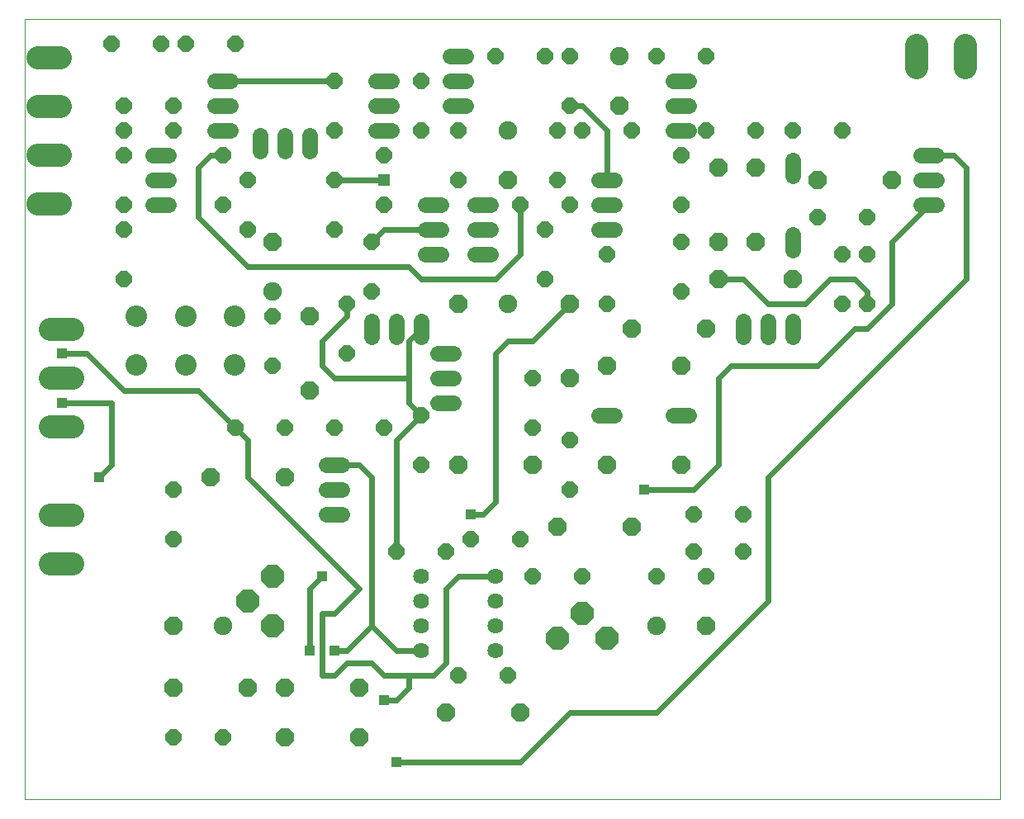
<source format=gtl>
G75*
G70*
%OFA0B0*%
%FSLAX24Y24*%
%IPPOS*%
%LPD*%
%AMOC8*
5,1,8,0,0,1.08239X$1,22.5*
%
%ADD10C,0.0000*%
%ADD11C,0.0920*%
%ADD12OC8,0.0640*%
%ADD13C,0.0640*%
%ADD14C,0.0750*%
%ADD15OC8,0.0750*%
%ADD16OC8,0.0720*%
%ADD17C,0.0640*%
%ADD18OC8,0.0920*%
%ADD19C,0.0872*%
%ADD20R,0.0500X0.0500*%
%ADD21C,0.0240*%
%ADD22R,0.0396X0.0396*%
D10*
X002733Y000100D02*
X002733Y031596D01*
X042103Y031596D01*
X042103Y000100D01*
X002733Y000100D01*
D11*
X003773Y009610D02*
X004693Y009610D01*
X004693Y011580D02*
X003773Y011580D01*
X003773Y015130D02*
X004693Y015130D01*
X004693Y017100D02*
X003773Y017100D01*
X003773Y019070D02*
X004693Y019070D01*
X004193Y024150D02*
X003273Y024150D01*
X003273Y026110D02*
X004193Y026110D01*
X004193Y028090D02*
X003273Y028090D01*
X003273Y030050D02*
X004193Y030050D01*
X038743Y029640D02*
X038743Y030560D01*
X040713Y030560D02*
X040713Y029640D01*
D12*
X035733Y027100D03*
X033733Y027100D03*
X032233Y027100D03*
X030233Y027100D03*
X029233Y026100D03*
X027233Y027100D03*
X025233Y027100D03*
X024233Y027100D03*
X024733Y028100D03*
X024733Y030100D03*
X023733Y030100D03*
X021733Y030100D03*
X018733Y029100D03*
X018733Y027100D03*
X020233Y027100D03*
X020233Y025100D03*
X022733Y024100D03*
X023733Y023100D03*
X024733Y024100D03*
X024233Y025100D03*
X026233Y022100D03*
X026233Y020100D03*
X023733Y021100D03*
X023233Y017100D03*
X023233Y015100D03*
X024733Y014600D03*
X024733Y012600D03*
X022733Y010600D03*
X020733Y010600D03*
X019733Y010100D03*
X017733Y010100D03*
X018733Y013600D03*
X017233Y015100D03*
X018733Y015600D03*
X015733Y018100D03*
X015733Y020100D03*
X016733Y020600D03*
X016733Y022600D03*
X015233Y023100D03*
X017233Y024100D03*
X015233Y025100D03*
X017233Y026100D03*
X015233Y027100D03*
X015233Y029100D03*
X011233Y030600D03*
X009233Y030600D03*
X008233Y030600D03*
X006233Y030600D03*
X006733Y028100D03*
X006733Y027100D03*
X006733Y026100D03*
X008733Y027100D03*
X008733Y028100D03*
X010733Y026100D03*
X011733Y025100D03*
X010733Y024100D03*
X011733Y023100D03*
X012733Y019600D03*
X012733Y017600D03*
X013233Y015100D03*
X011233Y015100D03*
X008733Y012600D03*
X008733Y010600D03*
X015233Y015100D03*
X023233Y009100D03*
X025233Y009100D03*
X028233Y009100D03*
X029733Y010100D03*
X030233Y009100D03*
X031733Y010100D03*
X031733Y011600D03*
X029733Y011600D03*
X022233Y005100D03*
X020233Y005100D03*
X010733Y002600D03*
X008733Y002600D03*
X029233Y020600D03*
X029233Y022600D03*
X029233Y024100D03*
X034733Y023600D03*
X035733Y022100D03*
X036733Y022100D03*
X036733Y023600D03*
X036733Y020100D03*
X035733Y020100D03*
X030233Y030100D03*
X028233Y030100D03*
X006733Y024100D03*
X006733Y023100D03*
X006733Y021100D03*
D13*
X007913Y024100D02*
X008553Y024100D01*
X008553Y025100D02*
X007913Y025100D01*
X007913Y026100D02*
X008553Y026100D01*
X010413Y027100D02*
X011053Y027100D01*
X012233Y026920D02*
X012233Y026280D01*
X013233Y026280D02*
X013233Y026920D01*
X014233Y026920D02*
X014233Y026280D01*
X016913Y027100D02*
X017553Y027100D01*
X017553Y028100D02*
X016913Y028100D01*
X016913Y029100D02*
X017553Y029100D01*
X019913Y029100D02*
X020553Y029100D01*
X020553Y028100D02*
X019913Y028100D01*
X019913Y030100D02*
X020553Y030100D01*
X025913Y025100D02*
X026553Y025100D01*
X026553Y024100D02*
X025913Y024100D01*
X025913Y023100D02*
X026553Y023100D01*
X021553Y023100D02*
X020913Y023100D01*
X020913Y022100D02*
X021553Y022100D01*
X019553Y022100D02*
X018913Y022100D01*
X018913Y023100D02*
X019553Y023100D01*
X019553Y024100D02*
X018913Y024100D01*
X020913Y024100D02*
X021553Y024100D01*
X018733Y019420D02*
X018733Y018780D01*
X019413Y018100D02*
X020053Y018100D01*
X020053Y017100D02*
X019413Y017100D01*
X019413Y016100D02*
X020053Y016100D01*
X017733Y018780D02*
X017733Y019420D01*
X016733Y019420D02*
X016733Y018780D01*
X015553Y013600D02*
X014913Y013600D01*
X014913Y012600D02*
X015553Y012600D01*
X015553Y011600D02*
X014913Y011600D01*
X025913Y015600D02*
X026553Y015600D01*
X028913Y015600D02*
X029553Y015600D01*
X031733Y018780D02*
X031733Y019420D01*
X032733Y019420D02*
X032733Y018780D01*
X033733Y018780D02*
X033733Y019420D01*
X033733Y022280D02*
X033733Y022920D01*
X033733Y025280D02*
X033733Y025920D01*
X029553Y027100D02*
X028913Y027100D01*
X028913Y028100D02*
X029553Y028100D01*
X029553Y029100D02*
X028913Y029100D01*
X038913Y026100D02*
X039553Y026100D01*
X039553Y025100D02*
X038913Y025100D01*
X038913Y024100D02*
X039553Y024100D01*
X011053Y028100D02*
X010413Y028100D01*
X010413Y029100D02*
X011053Y029100D01*
D14*
X012733Y020600D03*
X022233Y020100D03*
X022233Y027100D03*
X026733Y030100D03*
X028233Y007100D03*
X010733Y007100D03*
D15*
X008733Y007100D03*
X020233Y020100D03*
X022233Y025100D03*
X026733Y028100D03*
X012733Y022600D03*
X030233Y007100D03*
D16*
X027233Y011100D03*
X024233Y011100D03*
X023233Y013600D03*
X026233Y013600D03*
X029233Y013600D03*
X024733Y017100D03*
X026233Y017600D03*
X027233Y019100D03*
X029233Y017600D03*
X030233Y019100D03*
X030733Y021100D03*
X030733Y022600D03*
X032233Y022600D03*
X033733Y021100D03*
X034733Y025100D03*
X032233Y025600D03*
X030733Y025600D03*
X024733Y020100D03*
X020233Y013600D03*
X014233Y016600D03*
X014233Y019600D03*
X013233Y013100D03*
X010233Y013100D03*
X008733Y004600D03*
X011733Y004600D03*
X013233Y004600D03*
X013233Y002600D03*
X016233Y002600D03*
X016233Y004600D03*
X019733Y003600D03*
X022733Y003600D03*
X037733Y025100D03*
D17*
X021733Y009100D03*
X021733Y008100D03*
X021733Y007100D03*
X021733Y006100D03*
X018733Y006100D03*
X018733Y007100D03*
X018733Y008100D03*
X018733Y009100D03*
D18*
X024233Y006600D03*
X025233Y007600D03*
X026233Y006600D03*
X012733Y007100D03*
X011733Y008100D03*
X012733Y009100D03*
D19*
X011202Y017631D03*
X009233Y017631D03*
X007265Y017631D03*
X007265Y019600D03*
X009233Y019600D03*
X011202Y019600D03*
D20*
X017233Y025100D03*
D21*
X015233Y025100D01*
X017233Y023100D02*
X016733Y022600D01*
X017233Y023100D02*
X019233Y023100D01*
X018233Y021600D02*
X011733Y021600D01*
X009733Y023600D01*
X009733Y025600D01*
X010233Y026100D01*
X010733Y026100D01*
X010733Y029100D02*
X015233Y029100D01*
X022733Y024100D02*
X022733Y022100D01*
X021733Y021100D01*
X018733Y021100D01*
X018233Y021600D01*
X015733Y020100D02*
X015733Y019600D01*
X014733Y018600D01*
X014733Y017600D01*
X015233Y017100D01*
X018233Y017100D01*
X018233Y018600D01*
X018733Y019100D01*
X018233Y017100D02*
X018233Y016100D01*
X018733Y015600D01*
X017733Y014600D01*
X017733Y010100D01*
X016233Y008600D02*
X015233Y007600D01*
X014733Y007600D01*
X014733Y005100D01*
X015233Y005100D01*
X015733Y005600D01*
X016733Y005600D01*
X017233Y005100D01*
X018233Y005100D01*
X018233Y004600D01*
X017733Y004100D01*
X017233Y004100D01*
X018233Y005100D02*
X019233Y005100D01*
X019733Y005600D01*
X019733Y008600D01*
X020233Y009100D01*
X021733Y009100D01*
X021233Y011600D02*
X020733Y011600D01*
X021233Y011600D02*
X021733Y012100D01*
X021733Y018100D01*
X022233Y018600D01*
X023233Y018600D01*
X024733Y020100D01*
X030733Y021100D02*
X031733Y021100D01*
X032733Y020100D01*
X034233Y020100D01*
X035233Y021100D01*
X036233Y021100D01*
X036733Y020600D01*
X036733Y020100D01*
X036733Y019100D02*
X037733Y020100D01*
X037733Y022600D01*
X039233Y024100D01*
X040733Y025600D02*
X040733Y021100D01*
X032733Y013100D01*
X032733Y008100D01*
X028233Y003600D01*
X024733Y003600D01*
X022733Y001600D01*
X017733Y001600D01*
X017733Y006100D02*
X018733Y006100D01*
X017733Y006100D02*
X016733Y007100D01*
X015733Y006100D01*
X015233Y006100D01*
X014233Y006100D02*
X014233Y008600D01*
X014733Y009100D01*
X016233Y008600D02*
X011733Y013100D01*
X011733Y014600D01*
X011233Y015100D01*
X009733Y016600D01*
X006733Y016600D01*
X005233Y018100D01*
X004233Y018100D01*
X004233Y016100D02*
X006233Y016100D01*
X006233Y013600D01*
X005733Y013100D01*
X015233Y013600D02*
X016233Y013600D01*
X016733Y013100D01*
X016733Y007100D01*
X027733Y012600D02*
X029733Y012600D01*
X030733Y013600D01*
X030733Y017100D01*
X031233Y017600D01*
X034733Y017600D01*
X036233Y019100D01*
X036733Y019100D01*
X040733Y025600D02*
X040233Y026100D01*
X039233Y026100D01*
X026233Y027100D02*
X026233Y025100D01*
X026233Y027100D02*
X025233Y028100D01*
X024733Y028100D01*
D22*
X039233Y026100D03*
X027733Y012600D03*
X020733Y011600D03*
X014733Y009100D03*
X014233Y006100D03*
X015233Y006100D03*
X017233Y004100D03*
X017733Y001600D03*
X005733Y013100D03*
X004233Y016100D03*
X004233Y018100D03*
M02*

</source>
